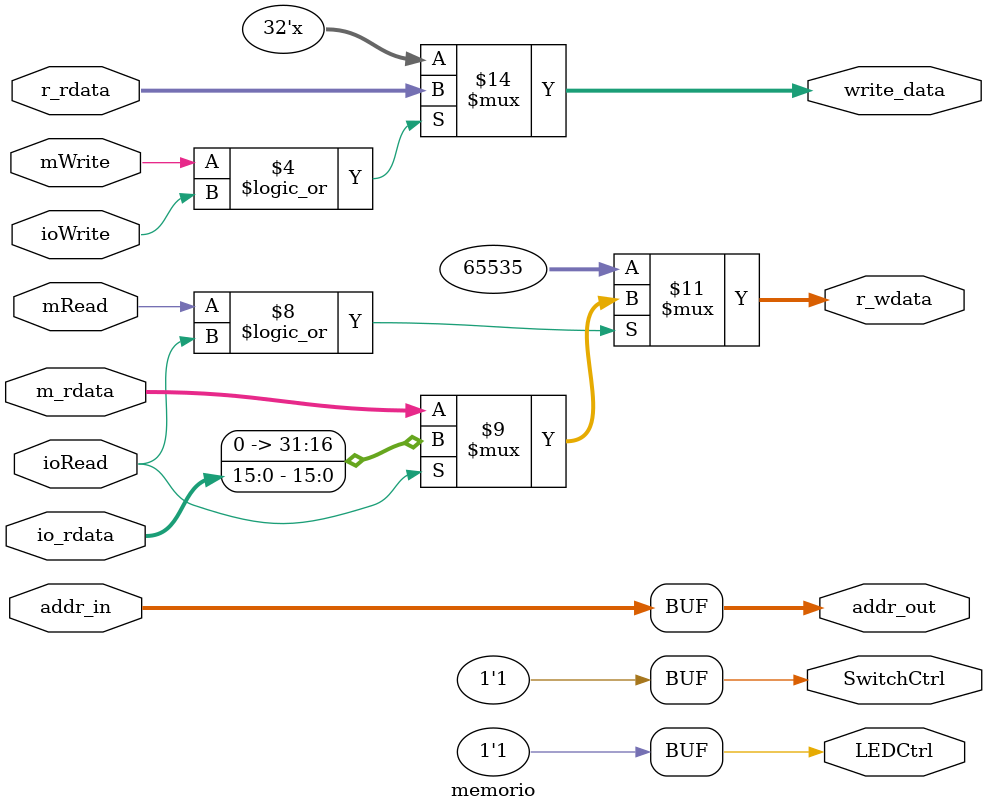
<source format=v>
module memorio( mRead, mWrite, ioRead, ioWrite,addr_in, addr_out, m_rdata, io_rdata, r_wdata, r_rdata, write_data, LEDCtrl, SwitchCtrl);
input mRead; // read memory, from control32
input mWrite; // write memory, from control32
input ioRead; // read IO, from control32
input ioWrite; // write IO, from control32
input[31:0] addr_in; // from alu_result in executs32
output[31:0] addr_out; // address to memory

input[31:0] m_rdata; // data read from memory
input[15:0] io_rdata; // data read from io,16 bits
output reg[31:0] write_data; // data to memory or I/O???m_wdata, io_wdata???

output reg [31:0] r_wdata; // data to idecode32(register file)
input[31:0] r_rdata; // data read from idecode32(register file)


output LEDCtrl; // LED Chip Select
output SwitchCtrl; // Switch Chip Select
assign addr_out= addr_in;
// The data wirte to register file may be from memory or io. // While the data is from io, it should be the lower 16bit of r_wdata. assign r_wdata = ?????????
// Chip select signal of Led and Switch are all active high;

assign LEDCtrl= 1'b1;
assign SwitchCtrl= 1'b1;

always @* begin
if((mWrite==1)||(ioWrite==1))
//wirte_data could go to either memory or IO. where is it from?
write_data = r_rdata;
else
write_data = 32'hZZZZZZZZ;
end

always @* begin
if((mRead==1)||(ioRead==1))
//wirte_data could go to either memory or IO. where is it from?
r_wdata = ioRead?{16'b0,io_rdata}:m_rdata;
else
r_wdata = 32'h0000ffff;
end

endmodule
</source>
